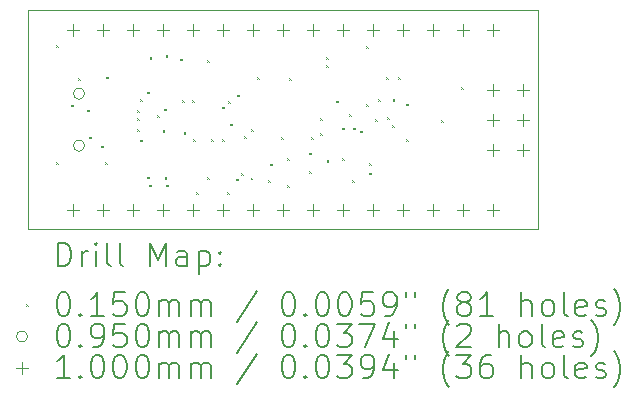
<source format=gbr>
%TF.GenerationSoftware,KiCad,Pcbnew,(6.0.11-0)*%
%TF.CreationDate,2023-05-04T16:40:53+03:00*%
%TF.ProjectId,Arduino Nano Differential impdance PCB,41726475-696e-46f2-904e-616e6f204469,rev?*%
%TF.SameCoordinates,Original*%
%TF.FileFunction,Drillmap*%
%TF.FilePolarity,Positive*%
%FSLAX45Y45*%
G04 Gerber Fmt 4.5, Leading zero omitted, Abs format (unit mm)*
G04 Created by KiCad (PCBNEW (6.0.11-0)) date 2023-05-04 16:40:53*
%MOMM*%
%LPD*%
G01*
G04 APERTURE LIST*
%ADD10C,0.100000*%
%ADD11C,0.200000*%
%ADD12C,0.015000*%
%ADD13C,0.095000*%
G04 APERTURE END LIST*
D10*
X13131800Y-9334500D02*
X17449800Y-9334500D01*
X17449800Y-9334500D02*
X17449800Y-11188700D01*
X17449800Y-11188700D02*
X13131800Y-11188700D01*
X13131800Y-11188700D02*
X13131800Y-9334500D01*
D11*
D12*
X13365600Y-9631800D02*
X13380600Y-9646800D01*
X13380600Y-9631800D02*
X13365600Y-9646800D01*
X13365600Y-10622400D02*
X13380600Y-10637400D01*
X13380600Y-10622400D02*
X13365600Y-10637400D01*
X13496643Y-10134180D02*
X13511643Y-10149180D01*
X13511643Y-10134180D02*
X13496643Y-10149180D01*
X13556100Y-9911200D02*
X13571100Y-9926200D01*
X13571100Y-9911200D02*
X13556100Y-9926200D01*
X13631820Y-10177900D02*
X13646820Y-10192900D01*
X13646820Y-10177900D02*
X13631820Y-10192900D01*
X13645000Y-10406500D02*
X13660000Y-10421500D01*
X13660000Y-10406500D02*
X13645000Y-10421500D01*
X13746600Y-10482700D02*
X13761600Y-10497700D01*
X13761600Y-10482700D02*
X13746600Y-10497700D01*
X13784700Y-10622400D02*
X13799700Y-10637400D01*
X13799700Y-10622400D02*
X13784700Y-10637400D01*
X13791081Y-9898500D02*
X13806081Y-9913500D01*
X13806081Y-9898500D02*
X13791081Y-9913500D01*
X14051400Y-10179100D02*
X14066400Y-10194100D01*
X14066400Y-10179100D02*
X14051400Y-10194100D01*
X14051400Y-10249100D02*
X14066400Y-10264100D01*
X14066400Y-10249100D02*
X14051400Y-10264100D01*
X14051400Y-10343000D02*
X14066400Y-10358000D01*
X14066400Y-10343000D02*
X14051400Y-10358000D01*
X14076800Y-10089000D02*
X14091800Y-10104000D01*
X14091800Y-10089000D02*
X14076800Y-10104000D01*
X14076800Y-10431900D02*
X14091800Y-10446900D01*
X14091800Y-10431900D02*
X14076800Y-10446900D01*
X14139493Y-10743777D02*
X14154493Y-10758777D01*
X14154493Y-10743777D02*
X14139493Y-10758777D01*
X14140300Y-10025500D02*
X14155300Y-10040500D01*
X14155300Y-10025500D02*
X14140300Y-10040500D01*
X14153000Y-10812900D02*
X14168000Y-10827900D01*
X14168000Y-10812900D02*
X14153000Y-10827900D01*
X14159318Y-9733400D02*
X14174318Y-9748400D01*
X14174318Y-9733400D02*
X14159318Y-9748400D01*
X14222850Y-10222350D02*
X14237850Y-10237350D01*
X14237850Y-10222350D02*
X14222850Y-10237350D01*
X14269962Y-10350240D02*
X14284962Y-10365240D01*
X14284962Y-10350240D02*
X14269962Y-10365240D01*
X14280692Y-10169334D02*
X14295692Y-10184334D01*
X14295692Y-10169334D02*
X14280692Y-10184334D01*
X14287755Y-10746511D02*
X14302755Y-10761511D01*
X14302755Y-10746511D02*
X14287755Y-10761511D01*
X14296282Y-9713390D02*
X14311282Y-9728390D01*
X14311282Y-9713390D02*
X14296282Y-9728390D01*
X14302650Y-10812900D02*
X14317650Y-10827900D01*
X14317650Y-10812900D02*
X14302650Y-10827900D01*
X14419700Y-9746100D02*
X14434700Y-9761100D01*
X14434700Y-9746100D02*
X14419700Y-9761100D01*
X14437102Y-10093702D02*
X14452102Y-10108702D01*
X14452102Y-10093702D02*
X14437102Y-10108702D01*
X14447389Y-10366111D02*
X14462389Y-10381111D01*
X14462389Y-10366111D02*
X14447389Y-10381111D01*
X14518015Y-10093566D02*
X14533015Y-10108566D01*
X14533015Y-10093566D02*
X14518015Y-10108566D01*
X14530726Y-10427045D02*
X14545726Y-10442045D01*
X14545726Y-10427045D02*
X14530726Y-10442045D01*
X14556800Y-10878001D02*
X14571800Y-10893001D01*
X14571800Y-10878001D02*
X14556800Y-10893001D01*
X14648300Y-9758800D02*
X14663300Y-9773800D01*
X14663300Y-9758800D02*
X14648300Y-9773800D01*
X14649869Y-10750573D02*
X14664869Y-10765573D01*
X14664869Y-10750573D02*
X14649869Y-10765573D01*
X14678918Y-10427045D02*
X14693918Y-10442045D01*
X14693918Y-10427045D02*
X14678918Y-10442045D01*
X14775300Y-10152500D02*
X14790300Y-10167500D01*
X14790300Y-10152500D02*
X14775300Y-10167500D01*
X14775300Y-10427045D02*
X14790300Y-10442045D01*
X14790300Y-10427045D02*
X14775300Y-10442045D01*
X14816800Y-10876102D02*
X14831800Y-10891102D01*
X14831800Y-10876102D02*
X14816800Y-10891102D01*
X14825956Y-10108019D02*
X14840956Y-10123019D01*
X14840956Y-10108019D02*
X14825956Y-10123019D01*
X14840819Y-10294759D02*
X14855819Y-10309759D01*
X14855819Y-10294759D02*
X14840819Y-10309759D01*
X14889600Y-10761815D02*
X14904600Y-10776815D01*
X14904600Y-10761815D02*
X14889600Y-10776815D01*
X14902300Y-10050900D02*
X14917300Y-10065900D01*
X14917300Y-10050900D02*
X14902300Y-10065900D01*
X14935688Y-10716051D02*
X14950688Y-10731051D01*
X14950688Y-10716051D02*
X14935688Y-10731051D01*
X14961526Y-10399146D02*
X14976526Y-10414146D01*
X14976526Y-10399146D02*
X14961526Y-10414146D01*
X15015642Y-10751879D02*
X15030642Y-10766879D01*
X15030642Y-10751879D02*
X15015642Y-10766879D01*
X15016600Y-10343000D02*
X15031600Y-10358000D01*
X15031600Y-10343000D02*
X15016600Y-10358000D01*
X15067400Y-9904819D02*
X15082400Y-9919819D01*
X15082400Y-9904819D02*
X15067400Y-9919819D01*
X15166250Y-10774800D02*
X15181250Y-10789800D01*
X15181250Y-10774800D02*
X15166250Y-10789800D01*
X15181700Y-10635100D02*
X15196700Y-10650100D01*
X15196700Y-10635100D02*
X15181700Y-10650100D01*
X15270600Y-10408799D02*
X15285600Y-10423799D01*
X15285600Y-10408799D02*
X15270600Y-10423799D01*
X15321400Y-10590619D02*
X15336400Y-10605619D01*
X15336400Y-10590619D02*
X15321400Y-10605619D01*
X15321400Y-10818984D02*
X15336400Y-10833984D01*
X15336400Y-10818984D02*
X15321400Y-10833984D01*
X15339456Y-9908399D02*
X15354456Y-9923399D01*
X15354456Y-9908399D02*
X15339456Y-9923399D01*
X15510000Y-10700500D02*
X15525000Y-10715500D01*
X15525000Y-10700500D02*
X15510000Y-10715500D01*
X15511900Y-10541282D02*
X15526900Y-10556282D01*
X15526900Y-10541282D02*
X15511900Y-10556282D01*
X15524600Y-10412882D02*
X15539600Y-10427882D01*
X15539600Y-10412882D02*
X15524600Y-10427882D01*
X15603622Y-10377905D02*
X15618622Y-10392905D01*
X15618622Y-10377905D02*
X15603622Y-10392905D01*
X15606130Y-10246910D02*
X15621130Y-10261910D01*
X15621130Y-10246910D02*
X15606130Y-10261910D01*
X15651600Y-9733400D02*
X15666600Y-9748400D01*
X15666600Y-9733400D02*
X15651600Y-9748400D01*
X15651600Y-9798350D02*
X15666600Y-9813350D01*
X15666600Y-9798350D02*
X15651600Y-9813350D01*
X15657981Y-10604786D02*
X15672981Y-10619786D01*
X15672981Y-10604786D02*
X15657981Y-10619786D01*
X15740500Y-10101700D02*
X15755500Y-10116700D01*
X15755500Y-10101700D02*
X15740500Y-10116700D01*
X15788398Y-10590619D02*
X15803398Y-10605619D01*
X15803398Y-10590619D02*
X15788398Y-10605619D01*
X15791300Y-10330300D02*
X15806300Y-10345300D01*
X15806300Y-10330300D02*
X15791300Y-10345300D01*
X15849000Y-10215415D02*
X15864000Y-10230415D01*
X15864000Y-10215415D02*
X15849000Y-10230415D01*
X15877450Y-10774800D02*
X15892450Y-10789800D01*
X15892450Y-10774800D02*
X15877450Y-10789800D01*
X15884180Y-10329702D02*
X15899180Y-10344702D01*
X15899180Y-10329702D02*
X15884180Y-10344702D01*
X15943700Y-10355700D02*
X15958700Y-10370700D01*
X15958700Y-10355700D02*
X15943700Y-10370700D01*
X15994500Y-10130770D02*
X16009500Y-10145770D01*
X16009500Y-10130770D02*
X15994500Y-10145770D01*
X15996050Y-9639170D02*
X16011050Y-9654170D01*
X16011050Y-9639170D02*
X15996050Y-9654170D01*
X16018804Y-10628550D02*
X16033804Y-10643550D01*
X16033804Y-10628550D02*
X16018804Y-10643550D01*
X16019900Y-10711300D02*
X16034900Y-10726300D01*
X16034900Y-10711300D02*
X16019900Y-10726300D01*
X16069863Y-10260085D02*
X16084863Y-10275085D01*
X16084863Y-10260085D02*
X16069863Y-10275085D01*
X16096100Y-10089000D02*
X16111100Y-10104000D01*
X16111100Y-10089000D02*
X16096100Y-10104000D01*
X16163950Y-9904819D02*
X16178950Y-9919819D01*
X16178950Y-9904819D02*
X16163950Y-9919819D01*
X16170813Y-10239913D02*
X16185813Y-10254913D01*
X16185813Y-10239913D02*
X16170813Y-10254913D01*
X16212955Y-10305432D02*
X16227955Y-10320432D01*
X16227955Y-10305432D02*
X16212955Y-10320432D01*
X16216781Y-10089000D02*
X16231781Y-10104000D01*
X16231781Y-10089000D02*
X16216781Y-10104000D01*
X16264057Y-9904819D02*
X16279057Y-9919819D01*
X16279057Y-9904819D02*
X16264057Y-9919819D01*
X16330268Y-10424768D02*
X16345268Y-10439768D01*
X16345268Y-10424768D02*
X16330268Y-10439768D01*
X16331018Y-10127100D02*
X16346018Y-10142100D01*
X16346018Y-10127100D02*
X16331018Y-10142100D01*
X16629500Y-10266800D02*
X16644500Y-10281800D01*
X16644500Y-10266800D02*
X16629500Y-10281800D01*
X16794600Y-9987400D02*
X16809600Y-10002400D01*
X16809600Y-9987400D02*
X16794600Y-10002400D01*
D13*
X13609270Y-10041600D02*
G75*
G03*
X13609270Y-10041600I-47500J0D01*
G01*
X13609270Y-10481600D02*
G75*
G03*
X13609270Y-10481600I-47500J0D01*
G01*
D10*
X13512300Y-9449600D02*
X13512300Y-9549600D01*
X13462300Y-9499600D02*
X13562300Y-9499600D01*
X13513300Y-10973600D02*
X13513300Y-11073600D01*
X13463300Y-11023600D02*
X13563300Y-11023600D01*
X13766300Y-9449600D02*
X13766300Y-9549600D01*
X13716300Y-9499600D02*
X13816300Y-9499600D01*
X13767300Y-10973600D02*
X13767300Y-11073600D01*
X13717300Y-11023600D02*
X13817300Y-11023600D01*
X14020300Y-9449600D02*
X14020300Y-9549600D01*
X13970300Y-9499600D02*
X14070300Y-9499600D01*
X14021300Y-10973600D02*
X14021300Y-11073600D01*
X13971300Y-11023600D02*
X14071300Y-11023600D01*
X14274300Y-9449600D02*
X14274300Y-9549600D01*
X14224300Y-9499600D02*
X14324300Y-9499600D01*
X14275300Y-10973600D02*
X14275300Y-11073600D01*
X14225300Y-11023600D02*
X14325300Y-11023600D01*
X14528300Y-9449600D02*
X14528300Y-9549600D01*
X14478300Y-9499600D02*
X14578300Y-9499600D01*
X14529300Y-10973600D02*
X14529300Y-11073600D01*
X14479300Y-11023600D02*
X14579300Y-11023600D01*
X14782300Y-9449600D02*
X14782300Y-9549600D01*
X14732300Y-9499600D02*
X14832300Y-9499600D01*
X14783300Y-10973600D02*
X14783300Y-11073600D01*
X14733300Y-11023600D02*
X14833300Y-11023600D01*
X15036300Y-9449600D02*
X15036300Y-9549600D01*
X14986300Y-9499600D02*
X15086300Y-9499600D01*
X15037300Y-10973600D02*
X15037300Y-11073600D01*
X14987300Y-11023600D02*
X15087300Y-11023600D01*
X15290300Y-9449600D02*
X15290300Y-9549600D01*
X15240300Y-9499600D02*
X15340300Y-9499600D01*
X15291300Y-10973600D02*
X15291300Y-11073600D01*
X15241300Y-11023600D02*
X15341300Y-11023600D01*
X15544300Y-9449600D02*
X15544300Y-9549600D01*
X15494300Y-9499600D02*
X15594300Y-9499600D01*
X15545300Y-10973600D02*
X15545300Y-11073600D01*
X15495300Y-11023600D02*
X15595300Y-11023600D01*
X15798300Y-9449600D02*
X15798300Y-9549600D01*
X15748300Y-9499600D02*
X15848300Y-9499600D01*
X15799300Y-10973600D02*
X15799300Y-11073600D01*
X15749300Y-11023600D02*
X15849300Y-11023600D01*
X16052300Y-9449600D02*
X16052300Y-9549600D01*
X16002300Y-9499600D02*
X16102300Y-9499600D01*
X16053300Y-10973600D02*
X16053300Y-11073600D01*
X16003300Y-11023600D02*
X16103300Y-11023600D01*
X16306300Y-9449600D02*
X16306300Y-9549600D01*
X16256300Y-9499600D02*
X16356300Y-9499600D01*
X16307300Y-10973600D02*
X16307300Y-11073600D01*
X16257300Y-11023600D02*
X16357300Y-11023600D01*
X16560300Y-9449600D02*
X16560300Y-9549600D01*
X16510300Y-9499600D02*
X16610300Y-9499600D01*
X16561300Y-10973600D02*
X16561300Y-11073600D01*
X16511300Y-11023600D02*
X16611300Y-11023600D01*
X16814300Y-9449600D02*
X16814300Y-9549600D01*
X16764300Y-9499600D02*
X16864300Y-9499600D01*
X16815300Y-10973600D02*
X16815300Y-11073600D01*
X16765300Y-11023600D02*
X16865300Y-11023600D01*
X17068300Y-9449600D02*
X17068300Y-9549600D01*
X17018300Y-9499600D02*
X17118300Y-9499600D01*
X17068300Y-9959100D02*
X17068300Y-10059100D01*
X17018300Y-10009100D02*
X17118300Y-10009100D01*
X17068300Y-10213100D02*
X17068300Y-10313100D01*
X17018300Y-10263100D02*
X17118300Y-10263100D01*
X17068300Y-10467100D02*
X17068300Y-10567100D01*
X17018300Y-10517100D02*
X17118300Y-10517100D01*
X17069300Y-10973600D02*
X17069300Y-11073600D01*
X17019300Y-11023600D02*
X17119300Y-11023600D01*
X17322300Y-9959100D02*
X17322300Y-10059100D01*
X17272300Y-10009100D02*
X17372300Y-10009100D01*
X17322300Y-10213100D02*
X17322300Y-10313100D01*
X17272300Y-10263100D02*
X17372300Y-10263100D01*
X17322300Y-10467100D02*
X17322300Y-10567100D01*
X17272300Y-10517100D02*
X17372300Y-10517100D01*
D11*
X13384419Y-11504176D02*
X13384419Y-11304176D01*
X13432038Y-11304176D01*
X13460609Y-11313700D01*
X13479657Y-11332748D01*
X13489181Y-11351795D01*
X13498705Y-11389890D01*
X13498705Y-11418462D01*
X13489181Y-11456557D01*
X13479657Y-11475605D01*
X13460609Y-11494652D01*
X13432038Y-11504176D01*
X13384419Y-11504176D01*
X13584419Y-11504176D02*
X13584419Y-11370843D01*
X13584419Y-11408938D02*
X13593943Y-11389890D01*
X13603467Y-11380367D01*
X13622514Y-11370843D01*
X13641562Y-11370843D01*
X13708228Y-11504176D02*
X13708228Y-11370843D01*
X13708228Y-11304176D02*
X13698705Y-11313700D01*
X13708228Y-11323224D01*
X13717752Y-11313700D01*
X13708228Y-11304176D01*
X13708228Y-11323224D01*
X13832038Y-11504176D02*
X13812990Y-11494652D01*
X13803467Y-11475605D01*
X13803467Y-11304176D01*
X13936800Y-11504176D02*
X13917752Y-11494652D01*
X13908228Y-11475605D01*
X13908228Y-11304176D01*
X14165371Y-11504176D02*
X14165371Y-11304176D01*
X14232038Y-11447033D01*
X14298705Y-11304176D01*
X14298705Y-11504176D01*
X14479657Y-11504176D02*
X14479657Y-11399414D01*
X14470133Y-11380367D01*
X14451086Y-11370843D01*
X14412990Y-11370843D01*
X14393943Y-11380367D01*
X14479657Y-11494652D02*
X14460609Y-11504176D01*
X14412990Y-11504176D01*
X14393943Y-11494652D01*
X14384419Y-11475605D01*
X14384419Y-11456557D01*
X14393943Y-11437509D01*
X14412990Y-11427986D01*
X14460609Y-11427986D01*
X14479657Y-11418462D01*
X14574895Y-11370843D02*
X14574895Y-11570843D01*
X14574895Y-11380367D02*
X14593943Y-11370843D01*
X14632038Y-11370843D01*
X14651086Y-11380367D01*
X14660609Y-11389890D01*
X14670133Y-11408938D01*
X14670133Y-11466081D01*
X14660609Y-11485128D01*
X14651086Y-11494652D01*
X14632038Y-11504176D01*
X14593943Y-11504176D01*
X14574895Y-11494652D01*
X14755848Y-11485128D02*
X14765371Y-11494652D01*
X14755848Y-11504176D01*
X14746324Y-11494652D01*
X14755848Y-11485128D01*
X14755848Y-11504176D01*
X14755848Y-11380367D02*
X14765371Y-11389890D01*
X14755848Y-11399414D01*
X14746324Y-11389890D01*
X14755848Y-11380367D01*
X14755848Y-11399414D01*
D12*
X13111800Y-11826200D02*
X13126800Y-11841200D01*
X13126800Y-11826200D02*
X13111800Y-11841200D01*
D11*
X13422514Y-11724176D02*
X13441562Y-11724176D01*
X13460609Y-11733700D01*
X13470133Y-11743224D01*
X13479657Y-11762271D01*
X13489181Y-11800367D01*
X13489181Y-11847986D01*
X13479657Y-11886081D01*
X13470133Y-11905128D01*
X13460609Y-11914652D01*
X13441562Y-11924176D01*
X13422514Y-11924176D01*
X13403467Y-11914652D01*
X13393943Y-11905128D01*
X13384419Y-11886081D01*
X13374895Y-11847986D01*
X13374895Y-11800367D01*
X13384419Y-11762271D01*
X13393943Y-11743224D01*
X13403467Y-11733700D01*
X13422514Y-11724176D01*
X13574895Y-11905128D02*
X13584419Y-11914652D01*
X13574895Y-11924176D01*
X13565371Y-11914652D01*
X13574895Y-11905128D01*
X13574895Y-11924176D01*
X13774895Y-11924176D02*
X13660609Y-11924176D01*
X13717752Y-11924176D02*
X13717752Y-11724176D01*
X13698705Y-11752748D01*
X13679657Y-11771795D01*
X13660609Y-11781319D01*
X13955848Y-11724176D02*
X13860609Y-11724176D01*
X13851086Y-11819414D01*
X13860609Y-11809890D01*
X13879657Y-11800367D01*
X13927276Y-11800367D01*
X13946324Y-11809890D01*
X13955848Y-11819414D01*
X13965371Y-11838462D01*
X13965371Y-11886081D01*
X13955848Y-11905128D01*
X13946324Y-11914652D01*
X13927276Y-11924176D01*
X13879657Y-11924176D01*
X13860609Y-11914652D01*
X13851086Y-11905128D01*
X14089181Y-11724176D02*
X14108228Y-11724176D01*
X14127276Y-11733700D01*
X14136800Y-11743224D01*
X14146324Y-11762271D01*
X14155848Y-11800367D01*
X14155848Y-11847986D01*
X14146324Y-11886081D01*
X14136800Y-11905128D01*
X14127276Y-11914652D01*
X14108228Y-11924176D01*
X14089181Y-11924176D01*
X14070133Y-11914652D01*
X14060609Y-11905128D01*
X14051086Y-11886081D01*
X14041562Y-11847986D01*
X14041562Y-11800367D01*
X14051086Y-11762271D01*
X14060609Y-11743224D01*
X14070133Y-11733700D01*
X14089181Y-11724176D01*
X14241562Y-11924176D02*
X14241562Y-11790843D01*
X14241562Y-11809890D02*
X14251086Y-11800367D01*
X14270133Y-11790843D01*
X14298705Y-11790843D01*
X14317752Y-11800367D01*
X14327276Y-11819414D01*
X14327276Y-11924176D01*
X14327276Y-11819414D02*
X14336800Y-11800367D01*
X14355848Y-11790843D01*
X14384419Y-11790843D01*
X14403467Y-11800367D01*
X14412990Y-11819414D01*
X14412990Y-11924176D01*
X14508228Y-11924176D02*
X14508228Y-11790843D01*
X14508228Y-11809890D02*
X14517752Y-11800367D01*
X14536800Y-11790843D01*
X14565371Y-11790843D01*
X14584419Y-11800367D01*
X14593943Y-11819414D01*
X14593943Y-11924176D01*
X14593943Y-11819414D02*
X14603467Y-11800367D01*
X14622514Y-11790843D01*
X14651086Y-11790843D01*
X14670133Y-11800367D01*
X14679657Y-11819414D01*
X14679657Y-11924176D01*
X15070133Y-11714652D02*
X14898705Y-11971795D01*
X15327276Y-11724176D02*
X15346324Y-11724176D01*
X15365371Y-11733700D01*
X15374895Y-11743224D01*
X15384419Y-11762271D01*
X15393943Y-11800367D01*
X15393943Y-11847986D01*
X15384419Y-11886081D01*
X15374895Y-11905128D01*
X15365371Y-11914652D01*
X15346324Y-11924176D01*
X15327276Y-11924176D01*
X15308228Y-11914652D01*
X15298705Y-11905128D01*
X15289181Y-11886081D01*
X15279657Y-11847986D01*
X15279657Y-11800367D01*
X15289181Y-11762271D01*
X15298705Y-11743224D01*
X15308228Y-11733700D01*
X15327276Y-11724176D01*
X15479657Y-11905128D02*
X15489181Y-11914652D01*
X15479657Y-11924176D01*
X15470133Y-11914652D01*
X15479657Y-11905128D01*
X15479657Y-11924176D01*
X15612990Y-11724176D02*
X15632038Y-11724176D01*
X15651086Y-11733700D01*
X15660609Y-11743224D01*
X15670133Y-11762271D01*
X15679657Y-11800367D01*
X15679657Y-11847986D01*
X15670133Y-11886081D01*
X15660609Y-11905128D01*
X15651086Y-11914652D01*
X15632038Y-11924176D01*
X15612990Y-11924176D01*
X15593943Y-11914652D01*
X15584419Y-11905128D01*
X15574895Y-11886081D01*
X15565371Y-11847986D01*
X15565371Y-11800367D01*
X15574895Y-11762271D01*
X15584419Y-11743224D01*
X15593943Y-11733700D01*
X15612990Y-11724176D01*
X15803467Y-11724176D02*
X15822514Y-11724176D01*
X15841562Y-11733700D01*
X15851086Y-11743224D01*
X15860609Y-11762271D01*
X15870133Y-11800367D01*
X15870133Y-11847986D01*
X15860609Y-11886081D01*
X15851086Y-11905128D01*
X15841562Y-11914652D01*
X15822514Y-11924176D01*
X15803467Y-11924176D01*
X15784419Y-11914652D01*
X15774895Y-11905128D01*
X15765371Y-11886081D01*
X15755848Y-11847986D01*
X15755848Y-11800367D01*
X15765371Y-11762271D01*
X15774895Y-11743224D01*
X15784419Y-11733700D01*
X15803467Y-11724176D01*
X16051086Y-11724176D02*
X15955848Y-11724176D01*
X15946324Y-11819414D01*
X15955848Y-11809890D01*
X15974895Y-11800367D01*
X16022514Y-11800367D01*
X16041562Y-11809890D01*
X16051086Y-11819414D01*
X16060609Y-11838462D01*
X16060609Y-11886081D01*
X16051086Y-11905128D01*
X16041562Y-11914652D01*
X16022514Y-11924176D01*
X15974895Y-11924176D01*
X15955848Y-11914652D01*
X15946324Y-11905128D01*
X16155848Y-11924176D02*
X16193943Y-11924176D01*
X16212990Y-11914652D01*
X16222514Y-11905128D01*
X16241562Y-11876557D01*
X16251086Y-11838462D01*
X16251086Y-11762271D01*
X16241562Y-11743224D01*
X16232038Y-11733700D01*
X16212990Y-11724176D01*
X16174895Y-11724176D01*
X16155848Y-11733700D01*
X16146324Y-11743224D01*
X16136800Y-11762271D01*
X16136800Y-11809890D01*
X16146324Y-11828938D01*
X16155848Y-11838462D01*
X16174895Y-11847986D01*
X16212990Y-11847986D01*
X16232038Y-11838462D01*
X16241562Y-11828938D01*
X16251086Y-11809890D01*
X16327276Y-11724176D02*
X16327276Y-11762271D01*
X16403467Y-11724176D02*
X16403467Y-11762271D01*
X16698705Y-12000367D02*
X16689181Y-11990843D01*
X16670133Y-11962271D01*
X16660609Y-11943224D01*
X16651086Y-11914652D01*
X16641562Y-11867033D01*
X16641562Y-11828938D01*
X16651086Y-11781319D01*
X16660609Y-11752748D01*
X16670133Y-11733700D01*
X16689181Y-11705128D01*
X16698705Y-11695605D01*
X16803467Y-11809890D02*
X16784419Y-11800367D01*
X16774895Y-11790843D01*
X16765371Y-11771795D01*
X16765371Y-11762271D01*
X16774895Y-11743224D01*
X16784419Y-11733700D01*
X16803467Y-11724176D01*
X16841562Y-11724176D01*
X16860610Y-11733700D01*
X16870133Y-11743224D01*
X16879657Y-11762271D01*
X16879657Y-11771795D01*
X16870133Y-11790843D01*
X16860610Y-11800367D01*
X16841562Y-11809890D01*
X16803467Y-11809890D01*
X16784419Y-11819414D01*
X16774895Y-11828938D01*
X16765371Y-11847986D01*
X16765371Y-11886081D01*
X16774895Y-11905128D01*
X16784419Y-11914652D01*
X16803467Y-11924176D01*
X16841562Y-11924176D01*
X16860610Y-11914652D01*
X16870133Y-11905128D01*
X16879657Y-11886081D01*
X16879657Y-11847986D01*
X16870133Y-11828938D01*
X16860610Y-11819414D01*
X16841562Y-11809890D01*
X17070133Y-11924176D02*
X16955848Y-11924176D01*
X17012990Y-11924176D02*
X17012990Y-11724176D01*
X16993943Y-11752748D01*
X16974895Y-11771795D01*
X16955848Y-11781319D01*
X17308229Y-11924176D02*
X17308229Y-11724176D01*
X17393943Y-11924176D02*
X17393943Y-11819414D01*
X17384419Y-11800367D01*
X17365371Y-11790843D01*
X17336800Y-11790843D01*
X17317752Y-11800367D01*
X17308229Y-11809890D01*
X17517752Y-11924176D02*
X17498705Y-11914652D01*
X17489181Y-11905128D01*
X17479657Y-11886081D01*
X17479657Y-11828938D01*
X17489181Y-11809890D01*
X17498705Y-11800367D01*
X17517752Y-11790843D01*
X17546324Y-11790843D01*
X17565371Y-11800367D01*
X17574895Y-11809890D01*
X17584419Y-11828938D01*
X17584419Y-11886081D01*
X17574895Y-11905128D01*
X17565371Y-11914652D01*
X17546324Y-11924176D01*
X17517752Y-11924176D01*
X17698705Y-11924176D02*
X17679657Y-11914652D01*
X17670133Y-11895605D01*
X17670133Y-11724176D01*
X17851086Y-11914652D02*
X17832038Y-11924176D01*
X17793943Y-11924176D01*
X17774895Y-11914652D01*
X17765371Y-11895605D01*
X17765371Y-11819414D01*
X17774895Y-11800367D01*
X17793943Y-11790843D01*
X17832038Y-11790843D01*
X17851086Y-11800367D01*
X17860610Y-11819414D01*
X17860610Y-11838462D01*
X17765371Y-11857509D01*
X17936800Y-11914652D02*
X17955848Y-11924176D01*
X17993943Y-11924176D01*
X18012990Y-11914652D01*
X18022514Y-11895605D01*
X18022514Y-11886081D01*
X18012990Y-11867033D01*
X17993943Y-11857509D01*
X17965371Y-11857509D01*
X17946324Y-11847986D01*
X17936800Y-11828938D01*
X17936800Y-11819414D01*
X17946324Y-11800367D01*
X17965371Y-11790843D01*
X17993943Y-11790843D01*
X18012990Y-11800367D01*
X18089181Y-12000367D02*
X18098705Y-11990843D01*
X18117752Y-11962271D01*
X18127276Y-11943224D01*
X18136800Y-11914652D01*
X18146324Y-11867033D01*
X18146324Y-11828938D01*
X18136800Y-11781319D01*
X18127276Y-11752748D01*
X18117752Y-11733700D01*
X18098705Y-11705128D01*
X18089181Y-11695605D01*
D13*
X13126800Y-12097700D02*
G75*
G03*
X13126800Y-12097700I-47500J0D01*
G01*
D11*
X13422514Y-11988176D02*
X13441562Y-11988176D01*
X13460609Y-11997700D01*
X13470133Y-12007224D01*
X13479657Y-12026271D01*
X13489181Y-12064367D01*
X13489181Y-12111986D01*
X13479657Y-12150081D01*
X13470133Y-12169128D01*
X13460609Y-12178652D01*
X13441562Y-12188176D01*
X13422514Y-12188176D01*
X13403467Y-12178652D01*
X13393943Y-12169128D01*
X13384419Y-12150081D01*
X13374895Y-12111986D01*
X13374895Y-12064367D01*
X13384419Y-12026271D01*
X13393943Y-12007224D01*
X13403467Y-11997700D01*
X13422514Y-11988176D01*
X13574895Y-12169128D02*
X13584419Y-12178652D01*
X13574895Y-12188176D01*
X13565371Y-12178652D01*
X13574895Y-12169128D01*
X13574895Y-12188176D01*
X13679657Y-12188176D02*
X13717752Y-12188176D01*
X13736800Y-12178652D01*
X13746324Y-12169128D01*
X13765371Y-12140557D01*
X13774895Y-12102462D01*
X13774895Y-12026271D01*
X13765371Y-12007224D01*
X13755848Y-11997700D01*
X13736800Y-11988176D01*
X13698705Y-11988176D01*
X13679657Y-11997700D01*
X13670133Y-12007224D01*
X13660609Y-12026271D01*
X13660609Y-12073890D01*
X13670133Y-12092938D01*
X13679657Y-12102462D01*
X13698705Y-12111986D01*
X13736800Y-12111986D01*
X13755848Y-12102462D01*
X13765371Y-12092938D01*
X13774895Y-12073890D01*
X13955848Y-11988176D02*
X13860609Y-11988176D01*
X13851086Y-12083414D01*
X13860609Y-12073890D01*
X13879657Y-12064367D01*
X13927276Y-12064367D01*
X13946324Y-12073890D01*
X13955848Y-12083414D01*
X13965371Y-12102462D01*
X13965371Y-12150081D01*
X13955848Y-12169128D01*
X13946324Y-12178652D01*
X13927276Y-12188176D01*
X13879657Y-12188176D01*
X13860609Y-12178652D01*
X13851086Y-12169128D01*
X14089181Y-11988176D02*
X14108228Y-11988176D01*
X14127276Y-11997700D01*
X14136800Y-12007224D01*
X14146324Y-12026271D01*
X14155848Y-12064367D01*
X14155848Y-12111986D01*
X14146324Y-12150081D01*
X14136800Y-12169128D01*
X14127276Y-12178652D01*
X14108228Y-12188176D01*
X14089181Y-12188176D01*
X14070133Y-12178652D01*
X14060609Y-12169128D01*
X14051086Y-12150081D01*
X14041562Y-12111986D01*
X14041562Y-12064367D01*
X14051086Y-12026271D01*
X14060609Y-12007224D01*
X14070133Y-11997700D01*
X14089181Y-11988176D01*
X14241562Y-12188176D02*
X14241562Y-12054843D01*
X14241562Y-12073890D02*
X14251086Y-12064367D01*
X14270133Y-12054843D01*
X14298705Y-12054843D01*
X14317752Y-12064367D01*
X14327276Y-12083414D01*
X14327276Y-12188176D01*
X14327276Y-12083414D02*
X14336800Y-12064367D01*
X14355848Y-12054843D01*
X14384419Y-12054843D01*
X14403467Y-12064367D01*
X14412990Y-12083414D01*
X14412990Y-12188176D01*
X14508228Y-12188176D02*
X14508228Y-12054843D01*
X14508228Y-12073890D02*
X14517752Y-12064367D01*
X14536800Y-12054843D01*
X14565371Y-12054843D01*
X14584419Y-12064367D01*
X14593943Y-12083414D01*
X14593943Y-12188176D01*
X14593943Y-12083414D02*
X14603467Y-12064367D01*
X14622514Y-12054843D01*
X14651086Y-12054843D01*
X14670133Y-12064367D01*
X14679657Y-12083414D01*
X14679657Y-12188176D01*
X15070133Y-11978652D02*
X14898705Y-12235795D01*
X15327276Y-11988176D02*
X15346324Y-11988176D01*
X15365371Y-11997700D01*
X15374895Y-12007224D01*
X15384419Y-12026271D01*
X15393943Y-12064367D01*
X15393943Y-12111986D01*
X15384419Y-12150081D01*
X15374895Y-12169128D01*
X15365371Y-12178652D01*
X15346324Y-12188176D01*
X15327276Y-12188176D01*
X15308228Y-12178652D01*
X15298705Y-12169128D01*
X15289181Y-12150081D01*
X15279657Y-12111986D01*
X15279657Y-12064367D01*
X15289181Y-12026271D01*
X15298705Y-12007224D01*
X15308228Y-11997700D01*
X15327276Y-11988176D01*
X15479657Y-12169128D02*
X15489181Y-12178652D01*
X15479657Y-12188176D01*
X15470133Y-12178652D01*
X15479657Y-12169128D01*
X15479657Y-12188176D01*
X15612990Y-11988176D02*
X15632038Y-11988176D01*
X15651086Y-11997700D01*
X15660609Y-12007224D01*
X15670133Y-12026271D01*
X15679657Y-12064367D01*
X15679657Y-12111986D01*
X15670133Y-12150081D01*
X15660609Y-12169128D01*
X15651086Y-12178652D01*
X15632038Y-12188176D01*
X15612990Y-12188176D01*
X15593943Y-12178652D01*
X15584419Y-12169128D01*
X15574895Y-12150081D01*
X15565371Y-12111986D01*
X15565371Y-12064367D01*
X15574895Y-12026271D01*
X15584419Y-12007224D01*
X15593943Y-11997700D01*
X15612990Y-11988176D01*
X15746324Y-11988176D02*
X15870133Y-11988176D01*
X15803467Y-12064367D01*
X15832038Y-12064367D01*
X15851086Y-12073890D01*
X15860609Y-12083414D01*
X15870133Y-12102462D01*
X15870133Y-12150081D01*
X15860609Y-12169128D01*
X15851086Y-12178652D01*
X15832038Y-12188176D01*
X15774895Y-12188176D01*
X15755848Y-12178652D01*
X15746324Y-12169128D01*
X15936800Y-11988176D02*
X16070133Y-11988176D01*
X15984419Y-12188176D01*
X16232038Y-12054843D02*
X16232038Y-12188176D01*
X16184419Y-11978652D02*
X16136800Y-12121509D01*
X16260609Y-12121509D01*
X16327276Y-11988176D02*
X16327276Y-12026271D01*
X16403467Y-11988176D02*
X16403467Y-12026271D01*
X16698705Y-12264367D02*
X16689181Y-12254843D01*
X16670133Y-12226271D01*
X16660609Y-12207224D01*
X16651086Y-12178652D01*
X16641562Y-12131033D01*
X16641562Y-12092938D01*
X16651086Y-12045319D01*
X16660609Y-12016748D01*
X16670133Y-11997700D01*
X16689181Y-11969128D01*
X16698705Y-11959605D01*
X16765371Y-12007224D02*
X16774895Y-11997700D01*
X16793943Y-11988176D01*
X16841562Y-11988176D01*
X16860610Y-11997700D01*
X16870133Y-12007224D01*
X16879657Y-12026271D01*
X16879657Y-12045319D01*
X16870133Y-12073890D01*
X16755848Y-12188176D01*
X16879657Y-12188176D01*
X17117752Y-12188176D02*
X17117752Y-11988176D01*
X17203467Y-12188176D02*
X17203467Y-12083414D01*
X17193943Y-12064367D01*
X17174895Y-12054843D01*
X17146324Y-12054843D01*
X17127276Y-12064367D01*
X17117752Y-12073890D01*
X17327276Y-12188176D02*
X17308229Y-12178652D01*
X17298705Y-12169128D01*
X17289181Y-12150081D01*
X17289181Y-12092938D01*
X17298705Y-12073890D01*
X17308229Y-12064367D01*
X17327276Y-12054843D01*
X17355848Y-12054843D01*
X17374895Y-12064367D01*
X17384419Y-12073890D01*
X17393943Y-12092938D01*
X17393943Y-12150081D01*
X17384419Y-12169128D01*
X17374895Y-12178652D01*
X17355848Y-12188176D01*
X17327276Y-12188176D01*
X17508229Y-12188176D02*
X17489181Y-12178652D01*
X17479657Y-12159605D01*
X17479657Y-11988176D01*
X17660610Y-12178652D02*
X17641562Y-12188176D01*
X17603467Y-12188176D01*
X17584419Y-12178652D01*
X17574895Y-12159605D01*
X17574895Y-12083414D01*
X17584419Y-12064367D01*
X17603467Y-12054843D01*
X17641562Y-12054843D01*
X17660610Y-12064367D01*
X17670133Y-12083414D01*
X17670133Y-12102462D01*
X17574895Y-12121509D01*
X17746324Y-12178652D02*
X17765371Y-12188176D01*
X17803467Y-12188176D01*
X17822514Y-12178652D01*
X17832038Y-12159605D01*
X17832038Y-12150081D01*
X17822514Y-12131033D01*
X17803467Y-12121509D01*
X17774895Y-12121509D01*
X17755848Y-12111986D01*
X17746324Y-12092938D01*
X17746324Y-12083414D01*
X17755848Y-12064367D01*
X17774895Y-12054843D01*
X17803467Y-12054843D01*
X17822514Y-12064367D01*
X17898705Y-12264367D02*
X17908229Y-12254843D01*
X17927276Y-12226271D01*
X17936800Y-12207224D01*
X17946324Y-12178652D01*
X17955848Y-12131033D01*
X17955848Y-12092938D01*
X17946324Y-12045319D01*
X17936800Y-12016748D01*
X17927276Y-11997700D01*
X17908229Y-11969128D01*
X17898705Y-11959605D01*
D10*
X13076800Y-12311700D02*
X13076800Y-12411700D01*
X13026800Y-12361700D02*
X13126800Y-12361700D01*
D11*
X13489181Y-12452176D02*
X13374895Y-12452176D01*
X13432038Y-12452176D02*
X13432038Y-12252176D01*
X13412990Y-12280748D01*
X13393943Y-12299795D01*
X13374895Y-12309319D01*
X13574895Y-12433128D02*
X13584419Y-12442652D01*
X13574895Y-12452176D01*
X13565371Y-12442652D01*
X13574895Y-12433128D01*
X13574895Y-12452176D01*
X13708228Y-12252176D02*
X13727276Y-12252176D01*
X13746324Y-12261700D01*
X13755848Y-12271224D01*
X13765371Y-12290271D01*
X13774895Y-12328367D01*
X13774895Y-12375986D01*
X13765371Y-12414081D01*
X13755848Y-12433128D01*
X13746324Y-12442652D01*
X13727276Y-12452176D01*
X13708228Y-12452176D01*
X13689181Y-12442652D01*
X13679657Y-12433128D01*
X13670133Y-12414081D01*
X13660609Y-12375986D01*
X13660609Y-12328367D01*
X13670133Y-12290271D01*
X13679657Y-12271224D01*
X13689181Y-12261700D01*
X13708228Y-12252176D01*
X13898705Y-12252176D02*
X13917752Y-12252176D01*
X13936800Y-12261700D01*
X13946324Y-12271224D01*
X13955848Y-12290271D01*
X13965371Y-12328367D01*
X13965371Y-12375986D01*
X13955848Y-12414081D01*
X13946324Y-12433128D01*
X13936800Y-12442652D01*
X13917752Y-12452176D01*
X13898705Y-12452176D01*
X13879657Y-12442652D01*
X13870133Y-12433128D01*
X13860609Y-12414081D01*
X13851086Y-12375986D01*
X13851086Y-12328367D01*
X13860609Y-12290271D01*
X13870133Y-12271224D01*
X13879657Y-12261700D01*
X13898705Y-12252176D01*
X14089181Y-12252176D02*
X14108228Y-12252176D01*
X14127276Y-12261700D01*
X14136800Y-12271224D01*
X14146324Y-12290271D01*
X14155848Y-12328367D01*
X14155848Y-12375986D01*
X14146324Y-12414081D01*
X14136800Y-12433128D01*
X14127276Y-12442652D01*
X14108228Y-12452176D01*
X14089181Y-12452176D01*
X14070133Y-12442652D01*
X14060609Y-12433128D01*
X14051086Y-12414081D01*
X14041562Y-12375986D01*
X14041562Y-12328367D01*
X14051086Y-12290271D01*
X14060609Y-12271224D01*
X14070133Y-12261700D01*
X14089181Y-12252176D01*
X14241562Y-12452176D02*
X14241562Y-12318843D01*
X14241562Y-12337890D02*
X14251086Y-12328367D01*
X14270133Y-12318843D01*
X14298705Y-12318843D01*
X14317752Y-12328367D01*
X14327276Y-12347414D01*
X14327276Y-12452176D01*
X14327276Y-12347414D02*
X14336800Y-12328367D01*
X14355848Y-12318843D01*
X14384419Y-12318843D01*
X14403467Y-12328367D01*
X14412990Y-12347414D01*
X14412990Y-12452176D01*
X14508228Y-12452176D02*
X14508228Y-12318843D01*
X14508228Y-12337890D02*
X14517752Y-12328367D01*
X14536800Y-12318843D01*
X14565371Y-12318843D01*
X14584419Y-12328367D01*
X14593943Y-12347414D01*
X14593943Y-12452176D01*
X14593943Y-12347414D02*
X14603467Y-12328367D01*
X14622514Y-12318843D01*
X14651086Y-12318843D01*
X14670133Y-12328367D01*
X14679657Y-12347414D01*
X14679657Y-12452176D01*
X15070133Y-12242652D02*
X14898705Y-12499795D01*
X15327276Y-12252176D02*
X15346324Y-12252176D01*
X15365371Y-12261700D01*
X15374895Y-12271224D01*
X15384419Y-12290271D01*
X15393943Y-12328367D01*
X15393943Y-12375986D01*
X15384419Y-12414081D01*
X15374895Y-12433128D01*
X15365371Y-12442652D01*
X15346324Y-12452176D01*
X15327276Y-12452176D01*
X15308228Y-12442652D01*
X15298705Y-12433128D01*
X15289181Y-12414081D01*
X15279657Y-12375986D01*
X15279657Y-12328367D01*
X15289181Y-12290271D01*
X15298705Y-12271224D01*
X15308228Y-12261700D01*
X15327276Y-12252176D01*
X15479657Y-12433128D02*
X15489181Y-12442652D01*
X15479657Y-12452176D01*
X15470133Y-12442652D01*
X15479657Y-12433128D01*
X15479657Y-12452176D01*
X15612990Y-12252176D02*
X15632038Y-12252176D01*
X15651086Y-12261700D01*
X15660609Y-12271224D01*
X15670133Y-12290271D01*
X15679657Y-12328367D01*
X15679657Y-12375986D01*
X15670133Y-12414081D01*
X15660609Y-12433128D01*
X15651086Y-12442652D01*
X15632038Y-12452176D01*
X15612990Y-12452176D01*
X15593943Y-12442652D01*
X15584419Y-12433128D01*
X15574895Y-12414081D01*
X15565371Y-12375986D01*
X15565371Y-12328367D01*
X15574895Y-12290271D01*
X15584419Y-12271224D01*
X15593943Y-12261700D01*
X15612990Y-12252176D01*
X15746324Y-12252176D02*
X15870133Y-12252176D01*
X15803467Y-12328367D01*
X15832038Y-12328367D01*
X15851086Y-12337890D01*
X15860609Y-12347414D01*
X15870133Y-12366462D01*
X15870133Y-12414081D01*
X15860609Y-12433128D01*
X15851086Y-12442652D01*
X15832038Y-12452176D01*
X15774895Y-12452176D01*
X15755848Y-12442652D01*
X15746324Y-12433128D01*
X15965371Y-12452176D02*
X16003467Y-12452176D01*
X16022514Y-12442652D01*
X16032038Y-12433128D01*
X16051086Y-12404557D01*
X16060609Y-12366462D01*
X16060609Y-12290271D01*
X16051086Y-12271224D01*
X16041562Y-12261700D01*
X16022514Y-12252176D01*
X15984419Y-12252176D01*
X15965371Y-12261700D01*
X15955848Y-12271224D01*
X15946324Y-12290271D01*
X15946324Y-12337890D01*
X15955848Y-12356938D01*
X15965371Y-12366462D01*
X15984419Y-12375986D01*
X16022514Y-12375986D01*
X16041562Y-12366462D01*
X16051086Y-12356938D01*
X16060609Y-12337890D01*
X16232038Y-12318843D02*
X16232038Y-12452176D01*
X16184419Y-12242652D02*
X16136800Y-12385509D01*
X16260609Y-12385509D01*
X16327276Y-12252176D02*
X16327276Y-12290271D01*
X16403467Y-12252176D02*
X16403467Y-12290271D01*
X16698705Y-12528367D02*
X16689181Y-12518843D01*
X16670133Y-12490271D01*
X16660609Y-12471224D01*
X16651086Y-12442652D01*
X16641562Y-12395033D01*
X16641562Y-12356938D01*
X16651086Y-12309319D01*
X16660609Y-12280748D01*
X16670133Y-12261700D01*
X16689181Y-12233128D01*
X16698705Y-12223605D01*
X16755848Y-12252176D02*
X16879657Y-12252176D01*
X16812990Y-12328367D01*
X16841562Y-12328367D01*
X16860610Y-12337890D01*
X16870133Y-12347414D01*
X16879657Y-12366462D01*
X16879657Y-12414081D01*
X16870133Y-12433128D01*
X16860610Y-12442652D01*
X16841562Y-12452176D01*
X16784419Y-12452176D01*
X16765371Y-12442652D01*
X16755848Y-12433128D01*
X17051086Y-12252176D02*
X17012990Y-12252176D01*
X16993943Y-12261700D01*
X16984419Y-12271224D01*
X16965371Y-12299795D01*
X16955848Y-12337890D01*
X16955848Y-12414081D01*
X16965371Y-12433128D01*
X16974895Y-12442652D01*
X16993943Y-12452176D01*
X17032038Y-12452176D01*
X17051086Y-12442652D01*
X17060610Y-12433128D01*
X17070133Y-12414081D01*
X17070133Y-12366462D01*
X17060610Y-12347414D01*
X17051086Y-12337890D01*
X17032038Y-12328367D01*
X16993943Y-12328367D01*
X16974895Y-12337890D01*
X16965371Y-12347414D01*
X16955848Y-12366462D01*
X17308229Y-12452176D02*
X17308229Y-12252176D01*
X17393943Y-12452176D02*
X17393943Y-12347414D01*
X17384419Y-12328367D01*
X17365371Y-12318843D01*
X17336800Y-12318843D01*
X17317752Y-12328367D01*
X17308229Y-12337890D01*
X17517752Y-12452176D02*
X17498705Y-12442652D01*
X17489181Y-12433128D01*
X17479657Y-12414081D01*
X17479657Y-12356938D01*
X17489181Y-12337890D01*
X17498705Y-12328367D01*
X17517752Y-12318843D01*
X17546324Y-12318843D01*
X17565371Y-12328367D01*
X17574895Y-12337890D01*
X17584419Y-12356938D01*
X17584419Y-12414081D01*
X17574895Y-12433128D01*
X17565371Y-12442652D01*
X17546324Y-12452176D01*
X17517752Y-12452176D01*
X17698705Y-12452176D02*
X17679657Y-12442652D01*
X17670133Y-12423605D01*
X17670133Y-12252176D01*
X17851086Y-12442652D02*
X17832038Y-12452176D01*
X17793943Y-12452176D01*
X17774895Y-12442652D01*
X17765371Y-12423605D01*
X17765371Y-12347414D01*
X17774895Y-12328367D01*
X17793943Y-12318843D01*
X17832038Y-12318843D01*
X17851086Y-12328367D01*
X17860610Y-12347414D01*
X17860610Y-12366462D01*
X17765371Y-12385509D01*
X17936800Y-12442652D02*
X17955848Y-12452176D01*
X17993943Y-12452176D01*
X18012990Y-12442652D01*
X18022514Y-12423605D01*
X18022514Y-12414081D01*
X18012990Y-12395033D01*
X17993943Y-12385509D01*
X17965371Y-12385509D01*
X17946324Y-12375986D01*
X17936800Y-12356938D01*
X17936800Y-12347414D01*
X17946324Y-12328367D01*
X17965371Y-12318843D01*
X17993943Y-12318843D01*
X18012990Y-12328367D01*
X18089181Y-12528367D02*
X18098705Y-12518843D01*
X18117752Y-12490271D01*
X18127276Y-12471224D01*
X18136800Y-12442652D01*
X18146324Y-12395033D01*
X18146324Y-12356938D01*
X18136800Y-12309319D01*
X18127276Y-12280748D01*
X18117752Y-12261700D01*
X18098705Y-12233128D01*
X18089181Y-12223605D01*
M02*

</source>
